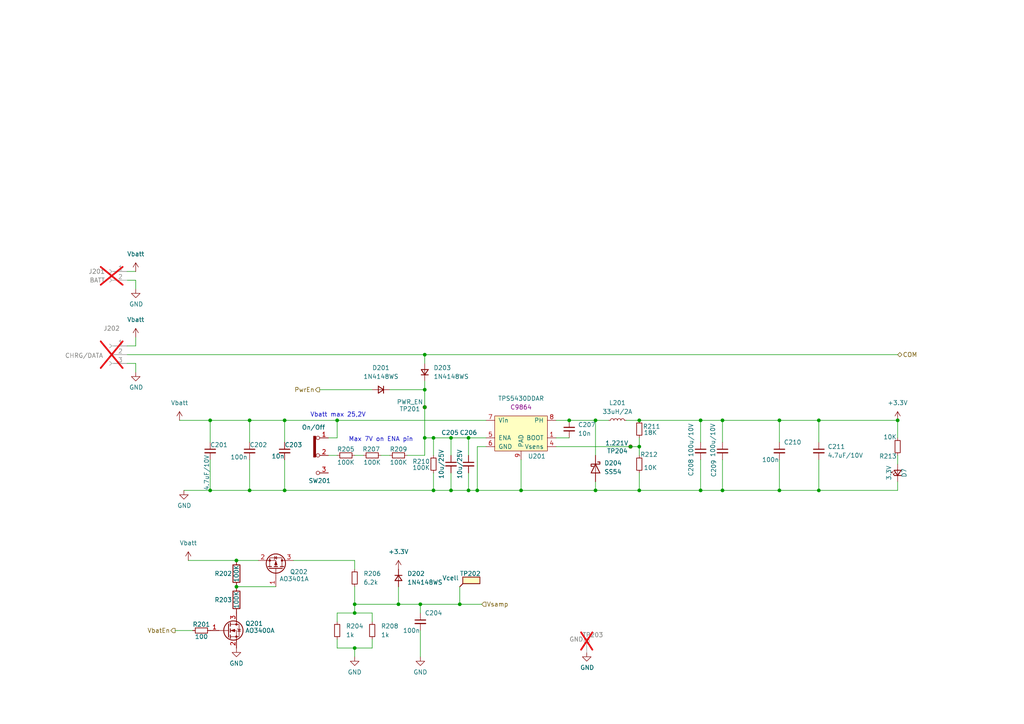
<source format=kicad_sch>
(kicad_sch (version 20241209) (generator "eeschema") (generator_version "9.0")
  (paper "A4")
  (lib_symbols
    (symbol "+3.3V_1" (power) (pin_numbers (hide yes)) (pin_names (offset 0) (hide yes))
      (property "Value" "+3.3V" (at 0 3.556 0))
      (symbol "+3.3V_1_0_1"
        (polyline (pts (xy -0.762 1.27) (xy 0 2.54)))
        (polyline (pts (xy 0 2.54) (xy 0.762 1.27)))
        (polyline (pts (xy 0 0) (xy 0 2.54)))
      )
      (symbol "+3.3V_1_1_1"
        (pin power_in line (at 0 0 90) (length 0) (name "~") (number "1"))
      )
    )
    (symbol "Connector:Conn_01x02_Socket" (pin_names (offset 1.016) (hide yes))
      (property "Reference" "J" (at 0 2.54 0))
      (property "Value" "Conn_01x02_Socket" (at 0 -5.08 0))
      (symbol "Conn_01x02_Socket_1_1"
        (polyline (pts (xy -1.27 0) (xy -0.508 0)) (stroke (width 0.1524)))
        (polyline (pts (xy -1.27 -2.54) (xy -0.508 -2.54)) (stroke (width 0.1524)))
        (arc (start 0 -0.508) (mid -0.5058 0) (end 0 0.508) (stroke (width 0.1524)))
        (arc (start 0 -3.048) (mid -0.5058 -2.54) (end 0 -2.032) (stroke (width 0.1524)))
        (pin passive line (at -5.08 0 0) (length 3.81) (name "Pin_1") (number "1"))
        (pin passive line (at -5.08 -2.54 0) (length 3.81) (name "Pin_2") (number "2"))
      )
    )
    (symbol "Connector:Conn_01x03_Socket" (pin_names (offset 1.016) (hide yes))
      (property "Reference" "J" (at 0 5.08 0))
      (property "Value" "Conn_01x03_Socket" (at 0 -5.08 0))
      (symbol "Conn_01x03_Socket_1_1"
        (polyline (pts (xy -1.27 2.54) (xy -0.508 2.54)) (stroke (width 0.1524)))
        (polyline (pts (xy -1.27 0) (xy -0.508 0)) (stroke (width 0.1524)))
        (polyline (pts (xy -1.27 -2.54) (xy -0.508 -2.54)) (stroke (width 0.1524)))
        (arc (start 0 2.032) (mid -0.5058 2.54) (end 0 3.048) (stroke (width 0.1524)))
        (arc (start 0 -0.508) (mid -0.5058 0) (end 0 0.508) (stroke (width 0.1524)))
        (arc (start 0 -3.048) (mid -0.5058 -2.54) (end 0 -2.032) (stroke (width 0.1524)))
        (pin passive line (at -5.08 2.54 0) (length 3.81) (name "Pin_1") (number "1"))
        (pin passive line (at -5.08 0 0) (length 3.81) (name "Pin_2") (number "2"))
        (pin passive line (at -5.08 -2.54 0) (length 3.81) (name "Pin_3") (number "3"))
      )
    )
    (symbol "Connector:TestPoint" (pin_numbers (hide yes)) (pin_names (offset 0.762) (hide yes))
      (property "Reference" "TP" (at 0 6.858 0))
      (property "Value" "TestPoint" (at 0 5.08 0))
      (symbol "TestPoint_0_1"
        (circle (center 0 3.302) (radius 0.762))
      )
      (symbol "TestPoint_1_1"
        (pin passive line (at 0 0 90) (length 2.54) (name "1") (number "1"))
      )
    )
    (symbol "Connector:TestPoint_Flag" (pin_numbers (hide yes)) (pin_names (offset 0.762) (hide yes))
      (property "Reference" "TP" (at 3.429 1.778 0))
      (property "Value" "TestPoint_Flag" (at 3.302 4.191 0))
      (symbol "TestPoint_Flag_0_1"
        (polyline (pts (xy 0 0) (xy 0.889 0.889)) (stroke (width 0.254)))
        (rectangle (start 0.889 2.794) (end 5.842 0.889) (stroke (width 0.254)) (fill (type background)))
      )
      (symbol "TestPoint_Flag_1_1"
        (pin passive line (at 0 0 90) (length 0) (name "1") (number "1"))
      )
    )
    (symbol "Connector:TestPoint_Small" (pin_numbers (hide yes)) (pin_names (offset 0.762) (hide yes))
      (property "Reference" "TP" (at 0 3.81 0))
      (property "Value" "TestPoint_Small" (at 0 2.032 0))
      (symbol "TestPoint_Small_0_1"
        (circle (center 0 0) (radius 0.508))
      )
      (symbol "TestPoint_Small_1_1"
        (pin passive line (at 0 0 90) (length 0) (name "1") (number "1"))
      )
    )
    (symbol "Device:C_Small" (pin_numbers (hide yes)) (pin_names (offset 0.254) (hide yes))
      (property "Reference" "C" (at 0.254 1.778 0))
      (property "Value" "C_Small" (at 0.254 -2.032 0))
      (symbol "C_Small_0_1"
        (polyline (pts (xy -1.524 0.508) (xy 1.524 0.508)) (stroke (width 0.3048)))
        (polyline (pts (xy -1.524 -0.508) (xy 1.524 -0.508)) (stroke (width 0.3302)))
      )
      (symbol "C_Small_1_1"
        (pin passive line (at 0 2.54 270) (length 2.032) (name "~") (number "1"))
        (pin passive line (at 0 -2.54 90) (length 2.032) (name "~") (number "2"))
      )
    )
    (symbol "Device:D_Schottky" (pin_numbers (hide yes)) (pin_names (offset 1.016) (hide yes))
      (property "Reference" "D" (at 0 2.54 0))
      (property "Value" "D_Schottky" (at 0 -2.54 0))
      (symbol "D_Schottky_0_1"
        (polyline (pts (xy -1.905 0.635) (xy -1.905 1.27) (xy -1.27 1.27) (xy -1.27 -1.27) (xy -0.635 -1.27) (xy -0.635 -0.635)) (stroke (width 0.254)))
        (polyline (pts (xy 1.27 1.27) (xy 1.27 -1.27) (xy -1.27 0) (xy 1.27 1.27)) (stroke (width 0.254)))
        (polyline (pts (xy 1.27 0) (xy -1.27 0)))
      )
      (symbol "D_Schottky_1_1"
        (pin passive line (at -3.81 0 0) (length 2.54) (name "K") (number "1"))
        (pin passive line (at 3.81 0 180) (length 2.54) (name "A") (number "2"))
      )
    )
    (symbol "Device:D_Small" (pin_numbers (hide yes)) (pin_names (offset 0.254) (hide yes))
      (property "Reference" "D" (at -1.27 2.032 0))
      (property "Value" "D_Small" (at -3.81 -2.032 0))
      (symbol "D_Small_0_1"
        (polyline (pts (xy -0.762 0) (xy 0.762 0)))
        (polyline (pts (xy -0.762 -1.016) (xy -0.762 1.016)) (stroke (width 0.254)))
        (polyline (pts (xy 0.762 -1.016) (xy -0.762 0) (xy 0.762 1.016) (xy 0.762 -1.016)) (stroke (width 0.254)))
      )
      (symbol "D_Small_1_1"
        (pin passive line (at -2.54 0 0) (length 1.778) (name "K") (number "1"))
        (pin passive line (at 2.54 0 180) (length 1.778) (name "A") (number "2"))
      )
    )
    (symbol "Device:LED_Small" (pin_numbers (hide yes)) (pin_names (offset 0.254) (hide yes))
      (property "Reference" "D" (at -1.27 3.175 0))
      (property "Value" "LED_Small" (at -4.445 -2.54 0))
      (symbol "LED_Small_0_1"
        (polyline (pts (xy -0.762 -1.016) (xy -0.762 1.016)) (stroke (width 0.254)))
        (polyline (pts (xy 0 0.762) (xy -0.508 1.27) (xy -0.254 1.27) (xy -0.508 1.27) (xy -0.508 1.016)))
        (polyline (pts (xy 0.508 1.27) (xy 0 1.778) (xy 0.254 1.778) (xy 0 1.778) (xy 0 1.524)))
        (polyline (pts (xy 0.762 -1.016) (xy -0.762 0) (xy 0.762 1.016) (xy 0.762 -1.016)) (stroke (width 0.254)))
        (polyline (pts (xy 1.016 0) (xy -0.762 0)))
      )
      (symbol "LED_Small_1_1"
        (pin passive line (at -2.54 0 0) (length 1.778) (name "K") (number "1"))
        (pin passive line (at 2.54 0 180) (length 1.778) (name "A") (number "2"))
      )
    )
    (symbol "Device:L_Small" (pin_numbers (hide yes)) (pin_names (offset 0.254) (hide yes))
      (property "Reference" "L" (at 0.762 1.016 0))
      (property "Value" "L_Small" (at 0.762 -1.016 0))
      (symbol "L_Small_0_1"
        (arc (start 0 2.032) (mid 0.5058 1.524) (end 0 1.016))
        (arc (start 0 1.016) (mid 0.5058 0.508) (end 0 0))
        (arc (start 0 0) (mid 0.5058 -0.508) (end 0 -1.016))
        (arc (start 0 -1.016) (mid 0.5058 -1.524) (end 0 -2.032))
      )
      (symbol "L_Small_1_1"
        (pin passive line (at 0 2.54 270) (length 0.508) (name "~") (number "1"))
        (pin passive line (at 0 -2.54 90) (length 0.508) (name "~") (number "2"))
      )
    )
    (symbol "Device:R" (pin_numbers (hide yes)) (pin_names (offset 0))
      (property "Reference" "R" (at 2.032 0 90))
      (property "Value" "R" (at 0 0 90))
      (symbol "R_0_1"
        (rectangle (start -1.016 -2.54) (end 1.016 2.54) (stroke (width 0.254)))
      )
      (symbol "R_1_1"
        (pin passive line (at 0 3.81 270) (length 1.27) (name "~") (number "1"))
        (pin passive line (at 0 -3.81 90) (length 1.27) (name "~") (number "2"))
      )
    )
    (symbol "Device:R_Small" (pin_numbers (hide yes)) (pin_names (offset 0.254) (hide yes))
      (property "Reference" "R" (at 0.762 0.508 0))
      (property "Value" "R_Small" (at 0.762 -1.016 0))
      (symbol "R_Small_0_1"
        (rectangle (start -0.762 1.778) (end 0.762 -1.778) (stroke (width 0.2032)))
      )
      (symbol "R_Small_1_1"
        (pin passive line (at 0 2.54 270) (length 0.762) (name "~") (number "1"))
        (pin passive line (at 0 -2.54 90) (length 0.762) (name "~") (number "2"))
      )
    )
    (symbol "NicE:SW_slide_SP"
      (property "Reference" "SW" (at 1.524 6.858 0))
      (property "Value" "?" (at 2.54 0 0))
      (symbol "SW_slide_SP_0_0"
        (circle (center 0.508 5.08) (radius 0.508))
        (circle (center 0.508 -5.08) (radius 0.508))
      )
      (symbol "SW_slide_SP_0_1"
        (circle (center 0.508 0) (radius 0.508))
      )
      (symbol "SW_slide_SP_1_1"
        (rectangle (start 1.143 5.588) (end 1.778 -0.508) (fill (type outline)))
        (pin passive line (at -2.54 5.08 0) (length 2.54) (name "") (number "1"))
        (pin passive line (at -2.54 0 0) (length 2.54) (name "") (number "2"))
        (pin passive line (at -2.54 -5.08 0) (length 2.54) (name "") (number "3"))
      )
    )
    (symbol "NicE:TPS5430DDAR" (pin_names (offset 1.016))
      (property "Reference" "U" (at -6.35 6.35 0))
      (property "Value" "TPS5430DDAR" (at 0 1.27 0))
      (property "LCSC" "C9864" (at 0 0 0))
      (symbol "TPS5430DDAR_0_1"
        (rectangle (start 7.62 -5.08) (end -7.62 5.08) (fill (type background)))
      )
      (symbol "TPS5430DDAR_1_1"
        (pin power_in line (at -10.16 3.81 0) (length 2.54) (name "Vin") (number "7"))
        (pin input line (at -10.16 -1.27 0) (length 2.54) (name "ENA") (number "5"))
        (pin passive line (at -10.16 -3.81 0) (length 2.54) (name "GND") (number "6"))
        (pin passive line (at 0 -7.62 90) (length 2.54) (name "PAD") (number "9"))
        (pin no_connect line (at 1.27 -7.62 0) (length 2.54) (hide yes) (name "NC") (number "2"))
        (pin no_connect line (at 1.27 -10.16 0) (length 2.54) (hide yes) (name "NC") (number "3"))
        (pin power_out line (at 10.16 3.81 180) (length 2.54) (name "PH") (number "8"))
        (pin input line (at 10.16 -1.27 180) (length 2.54) (name "BOOT") (number "1"))
        (pin input line (at 10.16 -3.81 180) (length 2.54) (name "Vsens") (number "4"))
      )
    )
    (symbol "Transistor_FET:2N7002" (pin_names (hide yes))
      (property "Reference" "Q" (at 5.08 1.905 0))
      (property "Value" "2N7002" (at 5.08 0 0))
      (symbol "2N7002_0_1"
        (polyline (pts (xy 0.254 1.905) (xy 0.254 -1.905)) (stroke (width 0.254)))
        (polyline (pts (xy 0.254 0) (xy -2.54 0)))
        (polyline (pts (xy 0.762 2.286) (xy 0.762 1.27)) (stroke (width 0.254)))
        (polyline (pts (xy 0.762 0.508) (xy 0.762 -0.508)) (stroke (width 0.254)))
        (polyline (pts (xy 0.762 -1.27) (xy 0.762 -2.286)) (stroke (width 0.254)))
        (polyline (pts (xy 0.762 -1.778) (xy 3.302 -1.778) (xy 3.302 1.778) (xy 0.762 1.778)))
        (polyline (pts (xy 1.016 0) (xy 2.032 0.381) (xy 2.032 -0.381) (xy 1.016 0)) (fill (type outline)))
        (circle (center 1.651 0) (radius 2.794) (stroke (width 0.254)))
        (polyline (pts (xy 2.54 2.54) (xy 2.54 1.778)))
        (circle (center 2.54 1.778) (radius 0.254) (fill (type outline)))
        (circle (center 2.54 -1.778) (radius 0.254) (fill (type outline)))
        (polyline (pts (xy 2.54 -2.54) (xy 2.54 0) (xy 0.762 0)))
        (polyline (pts (xy 2.794 0.508) (xy 2.921 0.381) (xy 3.683 0.381) (xy 3.81 0.254)))
        (polyline (pts (xy 3.302 0.381) (xy 2.921 -0.254) (xy 3.683 -0.254) (xy 3.302 0.381)))
      )
      (symbol "2N7002_1_1"
        (pin input line (at -5.08 0 0) (length 2.54) (name "G") (number "1"))
        (pin passive line (at 2.54 5.08 270) (length 2.54) (name "D") (number "3"))
        (pin passive line (at 2.54 -5.08 90) (length 2.54) (name "S") (number "2"))
      )
    )
    (symbol "Transistor_FET:AO3401A" (pin_names (hide yes))
      (property "Reference" "Q" (at 5.08 1.905 0))
      (property "Value" "AO3401A" (at 5.08 0 0))
      (symbol "AO3401A_0_1"
        (polyline (pts (xy 0.254 1.905) (xy 0.254 -1.905)) (stroke (width 0.254)))
        (polyline (pts (xy 0.254 0) (xy -2.54 0)))
        (polyline (pts (xy 0.762 2.286) (xy 0.762 1.27)) (stroke (width 0.254)))
        (polyline (pts (xy 0.762 1.778) (xy 3.302 1.778) (xy 3.302 -1.778) (xy 0.762 -1.778)))
        (polyline (pts (xy 0.762 0.508) (xy 0.762 -0.508)) (stroke (width 0.254)))
        (polyline (pts (xy 0.762 -1.27) (xy 0.762 -2.286)) (stroke (width 0.254)))
        (circle (center 1.651 0) (radius 2.794) (stroke (width 0.254)))
        (polyline (pts (xy 2.286 0) (xy 1.27 0.381) (xy 1.27 -0.381) (xy 2.286 0)) (fill (type outline)))
        (polyline (pts (xy 2.54 2.54) (xy 2.54 1.778)))
        (circle (center 2.54 1.778) (radius 0.254) (fill (type outline)))
        (circle (center 2.54 -1.778) (radius 0.254) (fill (type outline)))
        (polyline (pts (xy 2.54 -2.54) (xy 2.54 0) (xy 0.762 0)))
        (polyline (pts (xy 2.794 -0.508) (xy 2.921 -0.381) (xy 3.683 -0.381) (xy 3.81 -0.254)))
        (polyline (pts (xy 3.302 -0.381) (xy 2.921 0.254) (xy 3.683 0.254) (xy 3.302 -0.381)))
      )
      (symbol "AO3401A_1_1"
        (pin input line (at -5.08 0 0) (length 2.54) (name "G") (number "1"))
        (pin passive line (at 2.54 5.08 270) (length 2.54) (name "D") (number "3"))
        (pin passive line (at 2.54 -5.08 90) (length 2.54) (name "S") (number "2"))
      )
    )
    (symbol "power:+3.3V" (power) (pin_names (offset 0))
      (property "Value" "+3.3V" (at 0 3.556 0))
      (symbol "+3.3V_0_1"
        (polyline (pts (xy -0.762 1.27) (xy 0 2.54)))
        (polyline (pts (xy 0 2.54) (xy 0.762 1.27)))
        (polyline (pts (xy 0 0) (xy 0 2.54)))
      )
      (symbol "+3.3V_1_1"
        (pin power_in line (at 0 0 90) (length 0) (hide yes) (name "+3.3V") (number "1"))
      )
    )
    (symbol "power:GND" (power) (pin_names (offset 0))
      (property "Value" "GND" (at 0 -3.81 0))
      (symbol "GND_0_1"
        (polyline (pts (xy 0 0) (xy 0 -1.27) (xy 1.27 -1.27) (xy 0 -2.54) (xy -1.27 -1.27) (xy 0 -1.27)))
      )
      (symbol "GND_1_1"
        (pin power_in line (at 0 0 270) (length 0) (hide yes) (name "GND") (number "1"))
      )
    )
  )
  (text "Vbatt max 25,2V" (at 98.044 120.396 0) (effects (font (size 1.27 1.27))))
  (text "Max 7V on ENA pin" (at 110.49 127.508 0) (effects (font (size 1.27 1.27))))
  (junction (at 60.96 121.92))
  (junction (at 138.43 142.24))
  (junction (at 130.81 142.24))
  (junction (at 165.1 121.92))
  (junction (at 130.81 127))
  (junction (at 151.13 142.24))
  (junction (at 125.73 127))
  (junction (at 185.42 142.24))
  (junction (at 172.72 142.24))
  (junction (at 68.58 170.18))
  (junction (at 226.06 121.92))
  (junction (at 135.89 142.24))
  (junction (at 237.49 121.92))
  (junction (at 115.57 175.26))
  (junction (at 172.72 121.92))
  (junction (at 260.35 121.92))
  (junction (at 237.49 142.24))
  (junction (at 125.73 142.24))
  (junction (at 60.96 142.24))
  (junction (at 133.35 175.26))
  (junction (at 82.55 121.92))
  (junction (at 185.42 121.92))
  (junction (at 203.2 121.92))
  (junction (at 209.55 121.92))
  (junction (at 123.19 113.03))
  (junction (at 68.58 162.56))
  (junction (at 226.06 142.24))
  (junction (at 209.55 142.24))
  (junction (at 72.39 121.92))
  (junction (at 102.87 175.26))
  (junction (at 72.39 142.24))
  (junction (at 135.89 127))
  (junction (at 102.87 177.8))
  (junction (at 121.92 175.26))
  (junction (at 123.19 127))
  (junction (at 102.87 187.96))
  (junction (at 185.42 129.54))
  (junction (at 123.19 102.87))
  (junction (at 203.2 142.24))
  (junction (at 97.79 121.92))
  (junction (at 182.88 129.54))
  (junction (at 123.19 118.11))
  (junction (at 82.55 142.24))
  (wire (pts (xy 165.1 121.92) (xy 161.29 121.92)))
  (wire (pts (xy 115.57 170.18) (xy 115.57 175.26)))
  (wire (pts (xy 209.55 121.92) (xy 209.55 128.27)))
  (wire (pts (xy 39.37 105.41) (xy 39.37 107.95)))
  (wire (pts (xy 54.61 162.56) (xy 68.58 162.56)))
  (wire (pts (xy 135.89 137.16) (xy 135.89 142.24)))
  (wire (pts (xy 123.19 127) (xy 123.19 132.08)))
  (wire (pts (xy 102.87 187.96) (xy 102.87 190.5)))
  (wire (pts (xy 185.42 142.24) (xy 185.42 137.16)))
  (wire (pts (xy 121.92 175.26) (xy 121.92 177.8)))
  (wire (pts (xy 121.92 175.26) (xy 133.35 175.26)))
  (wire (pts (xy 107.95 180.34) (xy 107.95 177.8)))
  (wire (pts (xy 118.11 132.08) (xy 123.19 132.08)))
  (wire (pts (xy 36.83 105.41) (xy 39.37 105.41)))
  (wire (pts (xy 185.42 129.54) (xy 185.42 132.08)))
  (wire (pts (xy 72.39 121.92) (xy 72.39 128.27)))
  (wire (pts (xy 209.55 142.24) (xy 226.06 142.24)))
  (wire (pts (xy 226.06 121.92) (xy 226.06 128.27)))
  (wire (pts (xy 82.55 142.24) (xy 125.73 142.24)))
  (wire (pts (xy 36.83 102.87) (xy 123.19 102.87)))
  (wire (pts (xy 82.55 121.92) (xy 97.79 121.92)))
  (wire (pts (xy 39.37 100.33) (xy 36.83 100.33)))
  (wire (pts (xy 115.57 175.26) (xy 121.92 175.26)))
  (wire (pts (xy 209.55 121.92) (xy 226.06 121.92)))
  (wire (pts (xy 53.34 142.24) (xy 60.96 142.24)))
  (wire (pts (xy 237.49 121.92) (xy 237.49 128.27)))
  (wire (pts (xy 138.43 129.54) (xy 138.43 142.24)))
  (wire (pts (xy 133.35 170.18) (xy 133.35 175.26)))
  (wire (pts (xy 135.89 132.08) (xy 135.89 127)))
  (wire (pts (xy 107.95 177.8) (xy 102.87 177.8)))
  (wire (pts (xy 102.87 162.56) (xy 102.87 165.1)))
  (wire (pts (xy 161.29 129.54) (xy 182.88 129.54)))
  (wire (pts (xy 123.19 110.49) (xy 123.19 113.03)))
  (wire (pts (xy 135.89 142.24) (xy 138.43 142.24)))
  (wire (pts (xy 130.81 127) (xy 130.81 132.08)))
  (wire (pts (xy 60.96 121.92) (xy 60.96 128.27)))
  (wire (pts (xy 172.72 142.24) (xy 185.42 142.24)))
  (wire (pts (xy 50.8 182.88) (xy 55.88 182.88)))
  (wire (pts (xy 102.87 175.26) (xy 115.57 175.26)))
  (wire (pts (xy 209.55 133.35) (xy 209.55 142.24)))
  (wire (pts (xy 260.35 121.92) (xy 260.35 127)))
  (wire (pts (xy 260.35 139.7) (xy 260.35 142.24)))
  (wire (pts (xy 82.55 121.92) (xy 82.55 128.27)))
  (wire (pts (xy 130.81 142.24) (xy 135.89 142.24)))
  (wire (pts (xy 102.87 132.08) (xy 105.41 132.08)))
  (wire (pts (xy 39.37 81.28) (xy 36.83 81.28)))
  (wire (pts (xy 72.39 142.24) (xy 82.55 142.24)))
  (wire (pts (xy 151.13 142.24) (xy 172.72 142.24)))
  (wire (pts (xy 68.58 170.18) (xy 80.01 170.18)))
  (wire (pts (xy 140.97 129.54) (xy 138.43 129.54)))
  (wire (pts (xy 181.61 121.92) (xy 185.42 121.92)))
  (wire (pts (xy 102.87 175.26) (xy 102.87 177.8)))
  (wire (pts (xy 102.87 177.8) (xy 97.79 177.8)))
  (wire (pts (xy 260.35 142.24) (xy 237.49 142.24)))
  (wire (pts (xy 72.39 133.35) (xy 72.39 142.24)))
  (wire (pts (xy 102.87 170.18) (xy 102.87 175.26)))
  (wire (pts (xy 123.19 102.87) (xy 260.35 102.87)))
  (wire (pts (xy 39.37 83.82) (xy 39.37 81.28)))
  (wire (pts (xy 95.25 127) (xy 97.79 127)))
  (wire (pts (xy 110.49 132.08) (xy 113.03 132.08)))
  (wire (pts (xy 185.42 127) (xy 185.42 129.54)))
  (wire (pts (xy 102.87 187.96) (xy 107.95 187.96)))
  (wire (pts (xy 72.39 121.92) (xy 82.55 121.92)))
  (wire (pts (xy 97.79 185.42) (xy 97.79 187.96)))
  (wire (pts (xy 123.19 102.87) (xy 123.19 105.41)))
  (wire (pts (xy 130.81 137.16) (xy 130.81 142.24)))
  (wire (pts (xy 52.07 121.92) (xy 60.96 121.92)))
  (wire (pts (xy 123.19 118.11) (xy 123.19 127)))
  (wire (pts (xy 125.73 142.24) (xy 130.81 142.24)))
  (wire (pts (xy 260.35 132.08) (xy 260.35 134.62)))
  (wire (pts (xy 121.92 182.88) (xy 121.92 190.5)))
  (wire (pts (xy 113.03 113.03) (xy 123.19 113.03)))
  (wire (pts (xy 130.81 127) (xy 135.89 127)))
  (wire (pts (xy 60.96 142.24) (xy 72.39 142.24)))
  (wire (pts (xy 97.79 177.8) (xy 97.79 180.34)))
  (wire (pts (xy 85.09 162.56) (xy 102.87 162.56)))
  (wire (pts (xy 92.71 113.03) (xy 107.95 113.03)))
  (wire (pts (xy 125.73 137.16) (xy 125.73 142.24)))
  (wire (pts (xy 39.37 100.33) (xy 39.37 97.79)))
  (wire (pts (xy 138.43 142.24) (xy 151.13 142.24)))
  (wire (pts (xy 97.79 121.92) (xy 140.97 121.92)))
  (wire (pts (xy 60.96 121.92) (xy 72.39 121.92)))
  (wire (pts (xy 226.06 142.24) (xy 226.06 133.35)))
  (wire (pts (xy 237.49 121.92) (xy 260.35 121.92)))
  (wire (pts (xy 185.42 142.24) (xy 203.2 142.24)))
  (wire (pts (xy 60.96 133.35) (xy 60.96 142.24)))
  (wire (pts (xy 102.87 187.96) (xy 97.79 187.96)))
  (wire (pts (xy 161.29 127) (xy 165.1 127)))
  (wire (pts (xy 123.19 127) (xy 125.73 127)))
  (wire (pts (xy 135.89 127) (xy 140.97 127)))
  (wire (pts (xy 203.2 142.24) (xy 209.55 142.24)))
  (wire (pts (xy 133.35 175.26) (xy 139.7 175.26)))
  (wire (pts (xy 82.55 133.35) (xy 82.55 142.24)))
  (wire (pts (xy 123.19 113.03) (xy 123.19 118.11)))
  (wire (pts (xy 68.58 162.56) (xy 74.93 162.56)))
  (wire (pts (xy 151.13 133.35) (xy 151.13 142.24)))
  (wire (pts (xy 172.72 132.08) (xy 172.72 121.92)))
  (wire (pts (xy 125.73 127) (xy 125.73 132.08)))
  (wire (pts (xy 36.83 78.74) (xy 39.37 78.74)))
  (wire (pts (xy 130.81 127) (xy 125.73 127)))
  (wire (pts (xy 203.2 133.35) (xy 203.2 142.24)))
  (wire (pts (xy 182.88 129.54) (xy 185.42 129.54)))
  (wire (pts (xy 97.79 121.92) (xy 97.79 127)))
  (wire (pts (xy 172.72 121.92) (xy 176.53 121.92)))
  (wire (pts (xy 185.42 121.92) (xy 203.2 121.92)))
  (wire (pts (xy 172.72 139.7) (xy 172.72 142.24)))
  (wire (pts (xy 226.06 142.24) (xy 237.49 142.24)))
  (wire (pts (xy 237.49 133.35) (xy 237.49 142.24)))
  (wire (pts (xy 165.1 121.92) (xy 172.72 121.92)))
  (wire (pts (xy 226.06 121.92) (xy 237.49 121.92)))
  (wire (pts (xy 203.2 121.92) (xy 209.55 121.92)))
  (wire (pts (xy 95.25 132.08) (xy 97.79 132.08)))
  (wire (pts (xy 107.95 185.42) (xy 107.95 187.96)))
  (wire (pts (xy 203.2 121.92) (xy 203.2 128.27)))
  (hierarchical_label "PwrEn" (shape output) (at 92.71 113.03 180))
  (hierarchical_label "Vsamp" (shape input) (at 139.7 175.26 0))
  (hierarchical_label "VbatEn" (shape output) (at 50.8 182.88 180))
  (hierarchical_label "COM" (shape bidirectional) (at 260.35 102.87 0))
  (symbol (lib_id "Device:C_Small") (at 60.96 130.81 0) (unit 1)
    (property "Reference" "C201" (at 60.96 129.032 0) (effects (justify left)))
    (property "Value" "4.7uF/10V" (at 59.944 142.24 90) (effects (justify left)))
    (property "Footprint" "A_Device:C_1206_(1.6)" (effects (hide yes)))
    (property "Description" "Unpolarized capacitor, small symbol" (effects (hide yes)))
    (property "LCSC" "C29823" (effects (hide yes)))
  )
  (symbol (lib_id "Device:C_Small") (at 226.06 130.81 0) (unit 1)
    (property "Reference" "C210" (at 227.33 128.27 0) (effects (justify left)))
    (property "Value" "100n" (at 220.98 133.35 0) (effects (justify left)))
    (property "Footprint" "A_Device:C_0603" (effects (hide yes)))
    (property "LCSC" "C14663" (effects (hide yes)))
  )
  (symbol (lib_id "Device:R_Small") (at 185.42 134.62 0) (unit 1)
    (property "Reference" "R212" (at 185.674 131.826 0) (effects (justify left)))
    (property "Value" "10K" (at 186.69 135.636 0) (effects (justify left)))
    (property "Footprint" "A_Device:R_0603" (effects (hide yes)))
    (property "Description" "Resistor, small symbol" (effects (hide yes)))
    (property "LCSC" "C25804" (effects (hide yes)))
  )
  (symbol (lib_id "Device:D_Schottky") (at 172.72 135.89 270) (unit 1)
    (property "Reference" "D204" (at 175.26 134.3024 90) (effects (justify left)))
    (property "Value" "SS54" (at 175.26 136.8424 90) (effects (justify left)))
    (property "Footprint" "Diode_SMD:D_SMA" (effects (hide yes)))
    (property "Datasheet" "https://www.lcsc.com/datasheet/lcsc_datasheet_2407101107_MDD-Microdiode-Semiconductor-SS54_C22452.pdf" (effects (hide yes)))
    (property "Description" "Schottky diode" (effects (hide yes)))
    (property "LCSC" "C22452" (effects (hide yes)))
  )
  (symbol (lib_id "Device:C_Small") (at 203.2 130.81 0) (unit 1)
    (property "Reference" "C208" (at 200.406 138.176 90) (effects (justify left)))
    (property "Value" "100u/10V" (at 200.406 132.588 90) (effects (justify left)))
    (property "Footprint" "Capacitor_SMD:C_1210_3225Metric" (effects (hide yes)))
    (property "LCSC" "C23742" (effects (hide yes)))
  )
  (symbol (lib_id "Device:C_Small") (at 237.49 130.81 0) (unit 1)
    (property "Reference" "C211" (at 240.03 129.5462 0) (effects (justify left)))
    (property "Value" "4.7uF/10V" (at 240.03 132.0862 0) (effects (justify left)))
    (property "Footprint" "A_Device:C_1206_(1.6)" (effects (hide yes)))
    (property "Description" "Unpolarized capacitor, small symbol" (effects (hide yes)))
    (property "LCSC" "C29823" (effects (hide yes)))
  )
  (symbol (lib_id "Transistor_FET:2N7002") (at 66.04 182.88 0) (unit 1)
    (property "Reference" "Q201" (at 71.12 180.848 0) (effects (justify left)))
    (property "Value" "AO3400A" (at 71.12 182.88 0) (effects (justify left)))
    (property "Footprint" "Package_TO_SOT_SMD:SOT-23" (effects (hide yes)))
    (property "Datasheet" "https://wmsc.lcsc.com/wmsc/upload/file/pdf/v2/lcsc/1811081213_Alpha---Omega-Semicon-AO3400A_C20917.pdf" (effects (hide yes)))
    (property "Description" "5.7A Id, 30V Vds, N-Channel MOSFET, SOT-23" (effects (hide yes)))
    (property "LCSC" "C20917" (effects (hide yes)))
  )
  (symbol (lib_id "power:GND") (at 39.37 83.82 0) (unit 1)
    (property "Reference" "#PWR0202" (effects (hide yes)))
    (property "Value" "GND" (at 39.497 88.2142 0))
  )
  (symbol (lib_id "power:GND") (at 121.92 190.5 0) (unit 1)
    (property "Reference" "#PWR0211" (effects (hide yes)))
    (property "Value" "GND" (at 121.92 194.945 0))
  )
  (symbol (lib_id "Device:R_Small") (at 260.35 129.54 180) (unit 1)
    (property "Reference" "R213" (at 260.096 132.334 0) (effects (justify left)))
    (property "Value" "10K" (at 260.096 126.746 0) (effects (justify left)))
    (property "Footprint" "A_Device:R_0603" (effects (hide yes)))
    (property "Description" "Resistor, small symbol" (effects (hide yes)))
    (property "LCSC" "C25804" (effects (hide yes)))
  )
  (symbol (lib_id "Device:R_Small") (at 107.95 182.88 0) (unit 1)
    (property "Reference" "R208" (at 110.49 181.61 0) (effects (justify left)))
    (property "Value" "1k" (at 110.49 184.15 0) (effects (justify left)))
    (property "Footprint" "A_Device:R_0603" (effects (hide yes)))
    (property "LCSC" "C21190" (effects (hide yes)))
  )
  (symbol (lib_id "Device:R_Small") (at 185.42 124.46 0) (unit 1)
    (property "Reference" "R211" (at 186.436 123.698 0) (effects (justify left)))
    (property "Value" "18K" (at 186.69 125.476 0) (effects (justify left)))
    (property "Footprint" "A_Device:R_0603" (effects (hide yes)))
    (property "Description" "Resistor, small symbol" (effects (hide yes)))
    (property "LCSC" "C25810" (effects (hide yes)))
  )
  (symbol (lib_id "Device:R_Small") (at 100.33 132.08 90) (mirror x) (unit 1)
    (property "Reference" "R205" (at 102.87 130.302 90) (effects (justify left)))
    (property "Value" "100K" (at 102.87 134.112 90) (effects (justify left)))
    (property "Footprint" "A_Device:R_0603" (effects (hide yes)))
    (property "Description" "Resistor, small symbol" (effects (hide yes)))
    (property "LCSC" "C25804" (effects (hide yes)))
  )
  (symbol (lib_id "NicE:TPS5430DDAR") (at 151.13 125.73 0) (unit 1)
    (property "Reference" "U201" (at 155.702 132.334 0))
    (property "Value" "TPS5430DDAR" (at 151.13 115.57 0))
    (property "Footprint" "Package_SO:HTSOP-8-1EP_3.9x4.9mm_P1.27mm_EP2.4x3.2mm_ThermalVias" (effects (hide yes)))
    (property "Datasheet" "https://datasheet.lcsc.com/szlcsc/Texas-Instruments-TI-TPS5430DDAR_C9864.pdf" (effects (hide yes)))
    (property "Description" "Wide range step down converter 5.5V tot 36V" (effects (hide yes)))
    (property "LCSC" "C9864" (at 151.13 118.11 0))
  )
  (symbol (lib_id "power:GND") (at 53.34 142.24 0) (unit 1)
    (property "Reference" "#PWR0206" (effects (hide yes)))
    (property "Value" "GND" (at 53.467 146.6342 0))
  )
  (symbol (lib_id "Device:D_Small") (at 115.57 167.64 270) (unit 1)
    (property "Reference" "D202" (at 118.11 166.3699 90) (effects (justify left)))
    (property "Value" "1N4148WS" (at 118.11 168.9099 90) (effects (justify left)))
    (property "Footprint" "A_Device:D_SOD-323_1.8x1.4x1.15" (effects (hide yes)))
    (property "Sim.Device" "D" (effects (hide yes)))
    (property "Sim.Pins" "1=K 2=A" (effects (hide yes)))
    (property "LCSC" "C2128" (effects (hide yes)))
  )
  (symbol (lib_name "+3.3V_1") (lib_id "power:+3.3V") (at 52.07 121.92 0) (unit 1)
    (property "Reference" "#PWR0205" (effects (hide yes)))
    (property "Value" "Vbatt" (at 52.07 116.84 0))
    (property "Description" "Power symbol creates a global label with name \"+3.3V\"" (effects (hide yes)))
  )
  (symbol (lib_id "NicE:SW_slide_SP") (at 92.71 132.08 0) (mirror y) (unit 1)
    (property "Reference" "SW201" (at 92.71 139.446 0))
    (property "Value" "On/Off" (at 90.932 123.952 0))
    (property "Footprint" "A_Connector:Header_1x03_P2.54_Male" (effects (hide yes)))
    (property "LCSC" "C2937625" (effects (hide yes)))
  )
  (symbol (lib_id "Device:C_Small") (at 82.55 130.81 0) (unit 1)
    (property "Reference" "C203" (at 82.55 129.032 0) (effects (justify left)))
    (property "Value" "10n" (at 78.74 132.334 0) (effects (justify left)))
    (property "Footprint" "A_Device:C_0603" (effects (hide yes)))
    (property "Description" "Unpolarized capacitor, small symbol" (effects (hide yes)))
    (property "LCSC" "C57112" (effects (hide yes)))
  )
  (symbol (lib_id "Device:R_Small") (at 102.87 167.64 0) (unit 1)
    (property "Reference" "R206" (at 105.41 166.37 0) (effects (justify left)))
    (property "Value" "6.2k" (at 105.41 168.91 0) (effects (justify left)))
    (property "Footprint" "A_Device:R_0603" (effects (hide yes)))
    (property "LCSC" "C25804" (effects (hide yes)))
  )
  (symbol (lib_id "power:GND") (at 68.58 187.96 0) (unit 1)
    (property "Reference" "#PWR0208" (effects (hide yes)))
    (property "Value" "GND" (at 68.58 192.405 0))
  )
  (symbol (lib_name "+3.3V_1") (lib_id "power:+3.3V") (at 39.37 97.79 0) (unit 1)
    (property "Reference" "#PWR0204" (effects (hide yes)))
    (property "Value" "Vbatt" (at 39.37 92.71 0))
    (property "Description" "Power symbol creates a global label with name \"+3.3V\"" (effects (hide yes)))
  )
  (symbol (lib_id "Device:R_Small") (at 107.95 132.08 90) (mirror x) (unit 1)
    (property "Reference" "R207" (at 110.236 130.302 90) (effects (justify left)))
    (property "Value" "100K" (at 110.49 134.112 90) (effects (justify left)))
    (property "Footprint" "A_Device:R_0603" (effects (hide yes)))
    (property "Description" "Resistor, small symbol" (effects (hide yes)))
    (property "LCSC" "C25804" (effects (hide yes)))
  )
  (symbol (lib_id "Device:C_Small") (at 209.55 130.81 0) (unit 1)
    (property "Reference" "C209" (at 207.01 138.43 90) (effects (justify left)))
    (property "Value" "100u/10V" (at 206.756 132.588 90) (effects (justify left)))
    (property "Footprint" "Capacitor_SMD:C_1210_3225Metric" (effects (hide yes)))
    (property "LCSC" "C23742" (effects (hide yes)))
  )
  (symbol (lib_name "+3.3V_1") (lib_id "power:+3.3V") (at 260.35 121.92 0) (unit 1)
    (property "Reference" "#PWR0213" (effects (hide yes)))
    (property "Value" "+3.3V" (at 260.35 116.84 0))
    (property "Description" "Power symbol creates a global label with name \"+3.3V\"" (effects (hide yes)))
  )
  (symbol (lib_id "Device:R_Small") (at 97.79 182.88 0) (unit 1)
    (property "Reference" "R204" (at 100.33 181.61 0) (effects (justify left)))
    (property "Value" "1k" (at 100.33 184.15 0) (effects (justify left)))
    (property "Footprint" "A_Device:R_0603" (effects (hide yes)))
    (property "LCSC" "C21190" (effects (hide yes)))
  )
  (symbol (lib_id "Transistor_FET:AO3401A") (at 80.01 165.1 270) (mirror x) (unit 1)
    (property "Reference" "Q202" (at 84.074 165.862 90) (effects (justify left)))
    (property "Value" "AO3401A" (at 81.026 167.894 90) (effects (justify left)))
    (property "Footprint" "Package_TO_SOT_SMD:SOT-23" (effects (hide yes)))
    (property "Datasheet" "http://www.aosmd.com/pdfs/datasheet/AO3401A.pdf" (effects (hide yes)))
    (property "Description" "-4.0A Id, -30V Vds, P-Channel MOSFET, SOT-23" (effects (hide yes)))
    (property "LCSC" "C15127" (effects (hide yes)))
  )
  (symbol (lib_id "Device:R_Small") (at 58.42 182.88 270) (unit 1)
    (property "Reference" "R201" (at 58.42 181.102 90))
    (property "Value" "100" (at 58.42 184.658 90))
    (property "Footprint" "A_Device:R_0603" (effects (hide yes)))
    (property "Description" "Resistor, small symbol" (effects (hide yes)))
    (property "LCSC" "C22775" (effects (hide yes)))
  )
  (symbol (lib_id "power:GND") (at 170.18 189.23 0) (unit 1)
    (property "Reference" "#PWR0212" (effects (hide yes)))
    (property "Value" "GND" (at 170.307 193.6242 0))
    (instances (project "Smartbox4.0_V1.3" (path "" (reference "#PWR07") (unit 1))) (project "Robuoy-Sub" (path "" (reference "#PWR0212") (unit 1))))
  )
  (symbol (lib_id "power:+3.3V") (at 115.57 165.1 0) (unit 1)
    (property "Reference" "#PWR0210" (effects (hide yes)))
    (property "Value" "+3.3V" (at 115.57 160.02 0))
  )
  (symbol (lib_id "Device:R") (at 68.58 166.37 180) (unit 1)
    (property "Reference" "R202" (at 67.31 166.37 0) (effects (justify left)))
    (property "Value" "100K" (at 68.58 166.37 90))
    (property "Footprint" "A_Device:R_0603" (effects (hide yes)))
    (property "Farnell" "2331736" (effects (hide yes)))
    (property "MF" "TE CONNECTIVITY" (effects (hide yes)))
    (property "MFN" "CRGH0603F10K" (effects (hide yes)))
    (property "LCSC" "C25804" (effects (hide yes)))
  )
  (symbol (lib_id "Connector:TestPoint_Flag") (at 133.35 170.18 0) (unit 1) (in_bom no)
    (property "Reference" "TP202" (at 133.35 166.37 0) (effects (justify left)))
    (property "Value" "Vcell" (at 128.27 167.64 0) (effects (justify left)))
    (property "Footprint" "A_Pads_Pins:Testpad_1" (effects (hide yes)))
  )
  (symbol (lib_id "Device:C_Small") (at 121.92 180.34 0) (unit 1)
    (property "Reference" "C204" (at 123.19 177.8 0) (effects (justify left)))
    (property "Value" "100n" (at 116.84 182.88 0) (effects (justify left)))
    (property "Footprint" "A_Device:C_0603" (effects (hide yes)))
    (property "LCSC" "C14663" (effects (hide yes)))
  )
  (symbol (lib_id "Device:LED_Small") (at 260.35 137.16 90) (unit 1)
    (property "Reference" "D205" (at 262.255 137.16 0))
    (property "Value" "3.3V" (at 257.81 137.16 0))
    (property "Footprint" "A_Passive:LED_0805" (effects (hide yes)))
    (property "Datasheet" "https://datasheet.lcsc.com/szlcsc/Hubei-KENTO-Elec-KT-0603R_C2286.pdf" (effects (hide yes)))
    (property "LCSC" "C2297" (effects (hide yes)))
    (instances (project "NIKOLA-02-E-001_PCAScannerController_R1" (path "" (reference "D7") (unit 1))) (project "Robuoy-Sub" (path "" (reference "D205") (unit 1))))
  )
  (symbol (lib_id "Device:R_Small") (at 125.73 134.62 0) (mirror y) (unit 1)
    (property "Reference" "R210" (at 124.714 133.858 0) (effects (justify left)))
    (property "Value" "100K" (at 124.714 135.636 0) (effects (justify left)))
    (property "Footprint" "A_Device:R_0603" (effects (hide yes)))
    (property "Description" "Resistor, small symbol" (effects (hide yes)))
    (property "LCSC" "C25804" (effects (hide yes)))
  )
  (symbol (lib_id "Connector:TestPoint_Small") (at 123.19 118.11 0) (unit 1) (in_bom no)
    (property "Reference" "TP201" (at 115.824 118.618 0) (effects (justify left)))
    (property "Value" "PWR_EN" (at 115.062 116.586 0) (effects (justify left)))
    (property "Footprint" "A_Pads_Pins:Testpad_1" (effects (hide yes)))
    (property "Description" "test point" (effects (hide yes)))
  )
  (symbol (lib_id "Device:D_Small") (at 123.19 107.95 90) (unit 1)
    (property "Reference" "D203" (at 125.73 106.6799 90) (effects (justify right)))
    (property "Value" "1N4148WS" (at 125.73 109.2199 90) (effects (justify right)))
    (property "Footprint" "A_Device:D_SOD-323_1.8x1.4x1.15" (effects (hide yes)))
    (property "Sim.Device" "D" (effects (hide yes)))
    (property "Sim.Pins" "1=K 2=A" (effects (hide yes)))
    (property "LCSC" "C2128" (effects (hide yes)))
  )
  (symbol (lib_id "Connector:TestPoint_Small") (at 182.88 129.54 0) (unit 1) (in_bom no)
    (property "Reference" "TP204" (at 176.022 130.81 0) (effects (justify left)))
    (property "Value" "1.221V" (at 175.514 128.524 0) (effects (justify left)))
    (property "Footprint" "A_Pads_Pins:Testpad_1" (effects (hide yes)))
    (property "Description" "test point" (effects (hide yes)))
  )
  (symbol (lib_id "Device:D_Small") (at 110.49 113.03 180) (unit 1)
    (property "Reference" "D201" (at 110.49 106.68 0))
    (property "Value" "1N4148WS" (at 110.49 109.22 0))
    (property "Footprint" "A_Device:D_SOD-323_1.8x1.4x1.15" (effects (hide yes)))
    (property "Sim.Device" "D" (effects (hide yes)))
    (property "Sim.Pins" "1=K 2=A" (effects (hide yes)))
    (property "LCSC" "C2128" (effects (hide yes)))
  )
  (symbol (lib_id "power:GND") (at 102.87 190.5 0) (unit 1)
    (property "Reference" "#PWR0209" (effects (hide yes)))
    (property "Value" "GND" (at 102.87 194.945 0))
  )
  (symbol (lib_id "Connector:Conn_01x02_Socket") (at 31.75 78.74 0) (mirror y) (unit 1) (dnp yes)
    (property "Reference" "J201" (at 30.48 78.7399 0) (effects (justify left)))
    (property "Value" "BATT" (at 30.48 81.2799 0) (effects (justify left)))
    (property "Footprint" "Connector_Wire:SolderWire-0.75sqmm_1x02_P4.8mm_D1.25mm_OD2.3mm" (effects (hide yes)))
  )
  (symbol (lib_id "Connector:Conn_01x03_Socket") (at 31.75 102.87 0) (mirror y) (unit 1) (dnp yes)
    (property "Reference" "J202" (at 32.385 95.25 0))
    (property "Value" "CHRG/DATA" (at 24.384 103.124 0))
    (property "Footprint" "Connector_Wire:SolderWire-0.75sqmm_1x03_P4.8mm_D1.25mm_OD2.3mm" (effects (hide yes)))
    (property "Description" "Generic connector, single row, 01x03, script generated" (effects (hide yes)))
  )
  (symbol (lib_name "+3.3V_1") (lib_id "power:+3.3V") (at 39.37 78.74 0) (unit 1)
    (property "Reference" "#PWR0201" (effects (hide yes)))
    (property "Value" "Vbatt" (at 39.37 73.66 0))
    (property "Description" "Power symbol creates a global label with name \"+3.3V\"" (effects (hide yes)))
  )
  (symbol (lib_id "Device:C_Small") (at 165.1 124.46 0) (unit 1)
    (property "Reference" "C207" (at 167.64 123.1962 0) (effects (justify left)))
    (property "Value" "10n" (at 167.64 125.7362 0) (effects (justify left)))
    (property "Footprint" "A_Device:C_0603" (effects (hide yes)))
    (property "Description" "Unpolarized capacitor, small symbol" (effects (hide yes)))
    (property "LCSC" "C57112" (effects (hide yes)))
  )
  (symbol (lib_id "Device:C_Small") (at 72.39 130.81 0) (unit 1)
    (property "Reference" "C202" (at 72.39 129.032 0) (effects (justify left)))
    (property "Value" "100n" (at 66.802 132.588 0) (effects (justify left)))
    (property "Footprint" "A_Device:C_0603" (effects (hide yes)))
    (property "LCSC" "C14663" (effects (hide yes)))
  )
  (symbol (lib_id "Device:R") (at 68.58 173.99 180) (unit 1)
    (property "Reference" "R203" (at 67.31 173.99 0) (effects (justify left)))
    (property "Value" "100K" (at 68.58 173.99 90))
    (property "Footprint" "A_Device:R_0603" (effects (hide yes)))
    (property "Farnell" "2331736" (effects (hide yes)))
    (property "MF" "TE CONNECTIVITY" (effects (hide yes)))
    (property "MFN" "CRGH0603F10K" (effects (hide yes)))
    (property "LCSC" "C25804" (effects (hide yes)))
  )
  (symbol (lib_id "Device:C_Small") (at 130.81 134.62 0) (mirror y) (unit 1)
    (property "Reference" "C205" (at 133.096 125.476 0) (effects (justify left)))
    (property "Value" "10u/25V" (at 128.016 138.938 90) (effects (justify left)))
    (property "Footprint" "A_Device:C_0805" (effects (hide yes)))
    (property "LCSC" "C15850" (effects (hide yes)))
  )
  (symbol (lib_id "Device:R_Small") (at 115.57 132.08 270) (mirror x) (unit 1)
    (property "Reference" "R209" (at 113.03 130.302 90) (effects (justify left)))
    (property "Value" "100K" (at 113.03 134.112 90) (effects (justify left)))
    (property "Footprint" "A_Device:R_0603" (effects (hide yes)))
    (property "Description" "Resistor, small symbol" (effects (hide yes)))
    (property "LCSC" "C25804" (effects (hide yes)))
  )
  (symbol (lib_name "+3.3V_1") (lib_id "power:+3.3V") (at 54.61 162.56 0) (unit 1)
    (property "Reference" "#PWR0207" (effects (hide yes)))
    (property "Value" "Vbatt" (at 54.61 157.48 0))
    (property "Description" "Power symbol creates a global label with name \"+3.3V\"" (effects (hide yes)))
  )
  (symbol (lib_id "Device:L_Small") (at 179.07 121.92 90) (unit 1)
    (property "Reference" "L201" (at 179.07 116.84 90))
    (property "Value" "33uH/2A" (at 179.07 119.38 90))
    (property "Footprint" "A_Device:L_6.6x7.0mm" (effects (hide yes)))
    (property "Datasheet" "https://wmsc.lcsc.com/wmsc/upload/file/pdf/v2/lcsc/2306021632_cjiang--Changjiang-Microelectronics-Tech-FTC252012S100MBCA_C5832376.pdf" (effects (hide yes)))
    (property "Description" "Inductor, small symbol" (effects (hide yes)))
    (property "LCSC" "C177245" (effects (hide yes)))
  )
  (symbol (lib_id "Device:C_Small") (at 135.89 134.62 0) (mirror y) (unit 1)
    (property "Reference" "C206" (at 138.43 125.476 0) (effects (justify left)))
    (property "Value" "10u/25V" (at 133.35 138.938 90) (effects (justify left)))
    (property "Footprint" "A_Device:C_0805" (effects (hide yes)))
    (property "LCSC" "C15850" (effects (hide yes)))
  )
  (symbol (lib_id "Connector:TestPoint") (at 170.18 189.23 0) (unit 1) (dnp yes)
    (property "Reference" "TP203" (at 168.91 184.15 0) (effects (justify left)))
    (property "Value" "GND" (at 165.1 185.42 0) (effects (justify left)))
    (property "Footprint" "TestPoint:TestPoint_Loop_D2.54mm_Drill1.5mm_Beaded" (effects (hide yes)))
    (property "Farnell" "-" (effects (hide yes)))
  )
  (symbol (lib_id "power:GND") (at 39.37 107.95 0) (unit 1)
    (property "Reference" "#PWR0203" (effects (hide yes)))
    (property "Value" "GND" (at 39.497 112.3442 0))
  )
)
</source>
